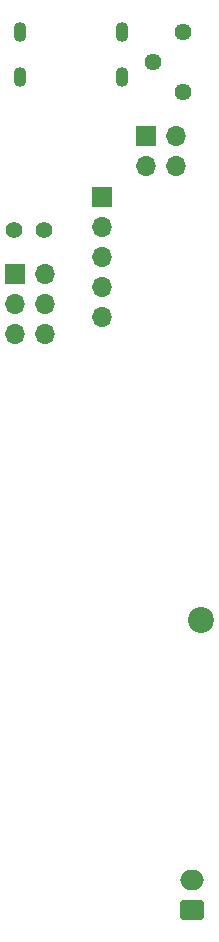
<source format=gbs>
G04 #@! TF.GenerationSoftware,KiCad,Pcbnew,(6.0.10-0)*
G04 #@! TF.CreationDate,2023-11-26T23:42:57+09:00*
G04 #@! TF.ProjectId,AutoFeeder_Drum-type,4175746f-4665-4656-9465-725f4472756d,01*
G04 #@! TF.SameCoordinates,Original*
G04 #@! TF.FileFunction,Soldermask,Bot*
G04 #@! TF.FilePolarity,Negative*
%FSLAX46Y46*%
G04 Gerber Fmt 4.6, Leading zero omitted, Abs format (unit mm)*
G04 Created by KiCad (PCBNEW (6.0.10-0)) date 2023-11-26 23:42:57*
%MOMM*%
%LPD*%
G01*
G04 APERTURE LIST*
G04 Aperture macros list*
%AMRoundRect*
0 Rectangle with rounded corners*
0 $1 Rounding radius*
0 $2 $3 $4 $5 $6 $7 $8 $9 X,Y pos of 4 corners*
0 Add a 4 corners polygon primitive as box body*
4,1,4,$2,$3,$4,$5,$6,$7,$8,$9,$2,$3,0*
0 Add four circle primitives for the rounded corners*
1,1,$1+$1,$2,$3*
1,1,$1+$1,$4,$5*
1,1,$1+$1,$6,$7*
1,1,$1+$1,$8,$9*
0 Add four rect primitives between the rounded corners*
20,1,$1+$1,$2,$3,$4,$5,0*
20,1,$1+$1,$4,$5,$6,$7,0*
20,1,$1+$1,$6,$7,$8,$9,0*
20,1,$1+$1,$8,$9,$2,$3,0*%
G04 Aperture macros list end*
%ADD10R,1.700000X1.700000*%
%ADD11O,1.700000X1.700000*%
%ADD12C,1.440000*%
%ADD13C,1.400000*%
%ADD14C,2.200000*%
%ADD15O,1.100000X1.700000*%
%ADD16RoundRect,0.250000X0.750000X-0.600000X0.750000X0.600000X-0.750000X0.600000X-0.750000X-0.600000X0*%
%ADD17O,2.000000X1.700000*%
G04 APERTURE END LIST*
D10*
X138811000Y-82677000D03*
D11*
X141351000Y-82677000D03*
X138811000Y-85217000D03*
X141351000Y-85217000D03*
X138811000Y-87757000D03*
X141351000Y-87757000D03*
D10*
X149860000Y-70993000D03*
D11*
X152400000Y-70993000D03*
X149860000Y-73533000D03*
X152400000Y-73533000D03*
D12*
X153035000Y-62230000D03*
X150495000Y-64770000D03*
X153035000Y-67310000D03*
D13*
X141204000Y-78994000D03*
X138664000Y-78994000D03*
D10*
X146177000Y-76200000D03*
D11*
X146177000Y-78740000D03*
X146177000Y-81280000D03*
X146177000Y-83820000D03*
X146177000Y-86360000D03*
D14*
X154500000Y-112000000D03*
D15*
X139190000Y-66030000D03*
X139190000Y-62230000D03*
X147830000Y-62230000D03*
X147830000Y-66030000D03*
D16*
X153780000Y-136525000D03*
D17*
X153780000Y-134025000D03*
M02*

</source>
